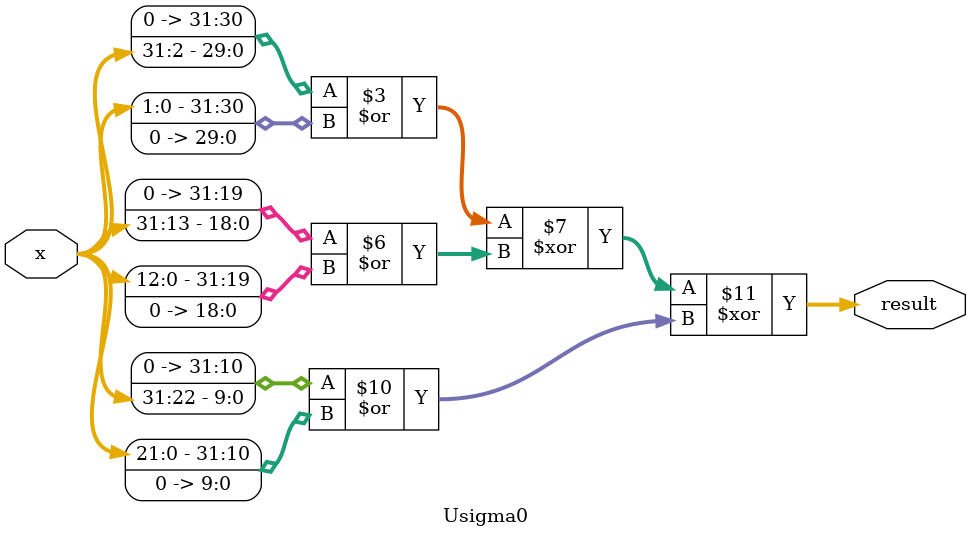
<source format=v>
module Usigma0 
  (
  input [31:0] x,
  output [31:0] result
  );

    assign result = ((x >> 2) | (x << (32 - 2))) ^ ((x >> 13) | (x << (32 - 13))) ^ ((x >> 22) | (x << (32 - 22)));

endmodule
</source>
